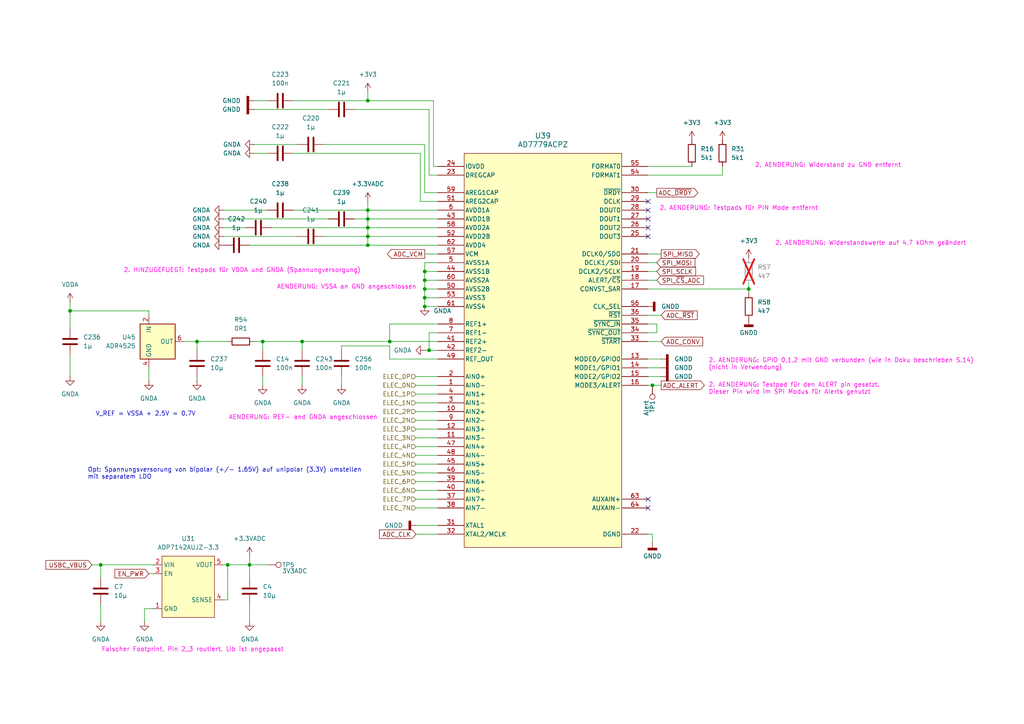
<source format=kicad_sch>
(kicad_sch (version 20250114) (generator "eeschema") (generator_version "9.0")
  (paper "A4")
  (lib_symbols
    (symbol "Connector:TestPoint" (pin_numbers (hide yes)) (pin_names (offset 0.762) (hide yes))
      (property "Reference" "TP" (at 0 6.858 0))
      (property "Value" "TestPoint" (at 0 5.08 0))
      (symbol "TestPoint_0_1"
        (circle (center 0 3.302) (radius 0.762))
      )
      (symbol "TestPoint_1_1"
        (pin passive line (at 0 0 90) (length 2.54) (name "1") (number "1"))
      )
    )
    (symbol "Reference_Voltage:ADR4525"
      (property "Reference" "U" (at 0 6.35 0))
      (property "Value" "ADR4525" (at 2.54 -6.35 0))
      (symbol "ADR4525_0_0"
        (pin no_connect line (at -5.08 0 0) (length 2.54) (hide yes) (name "NC") (number "3"))
        (pin no_connect line (at 5.08 2.54 180) (length 2.54) (hide yes) (name "NC") (number "7"))
        (pin no_connect line (at 5.08 -2.54 180) (length 2.54) (hide yes) (name "NC") (number "8"))
      )
      (symbol "ADR4525_0_1"
        (rectangle (start -5.08 5.08) (end 5.08 -5.08) (stroke (width 0.254)) (fill (type background)))
      )
      (symbol "ADR4525_1_1"
        (pin no_connect line (at -5.08 2.54 0) (length 2.54) (hide yes) (name "NC") (number "1"))
        (pin no_connect line (at -5.08 -2.54 0) (length 2.54) (hide yes) (name "NC") (number "5"))
        (pin power_in line (at -2.54 7.62 270) (length 2.54) (name "IN") (number "2"))
        (pin power_in line (at -2.54 -7.62 90) (length 2.54) (name "GND") (number "4"))
        (pin power_out line (at 7.62 0 180) (length 2.54) (name "OUT") (number "6"))
      )
    )
    (symbol "converter:AD7779ACPZ" (pin_names (offset 0.254)) (exclude_from_sim yes)
      (property "Reference" "U" (at 0 4.064 0))
      (property "Value" "AD7779ACPZ" (at -0.254 1.524 0))
      (symbol "AD7779ACPZ_1_1"
        (rectangle (start -22.86 0) (end 22.86 -114.3) (fill (type background)))
        (pin power_in line (at -30.48 -3.81 0) (length 7.62) (name "IOVDD") (number "24"))
        (pin output line (at -30.48 -6.35 0) (length 7.62) (name "DREGCAP") (number "23"))
        (pin output line (at -30.48 -11.43 0) (length 7.62) (name "AREG1CAP") (number "59"))
        (pin output line (at -30.48 -13.97 0) (length 7.62) (name "AREG2CAP") (number "51"))
        (pin power_in line (at -30.48 -16.51 0) (length 7.62) (name "AVDD1A") (number "6"))
        (pin power_in line (at -30.48 -19.05 0) (length 7.62) (name "AVDD1B") (number "43"))
        (pin power_in line (at -30.48 -21.59 0) (length 7.62) (name "AVDD2A") (number "58"))
        (pin power_in line (at -30.48 -24.13 0) (length 7.62) (name "AVDD2B") (number "52"))
        (pin power_in line (at -30.48 -26.67 0) (length 7.62) (name "AVDD4") (number "62"))
        (pin output line (at -30.48 -29.21 0) (length 7.62) (name "VCM") (number "57"))
        (pin power_in line (at -30.48 -31.75 0) (length 7.62) (name "AVSS1A") (number "5"))
        (pin passive line (at -30.48 -31.75 0) (length 7.62) (hide yes) (name "EP(GND)") (number "65"))
        (pin power_in line (at -30.48 -34.29 0) (length 7.62) (name "AVSS1B") (number "44"))
        (pin power_in line (at -30.48 -36.83 0) (length 7.62) (name "AVSS2A") (number "60"))
        (pin power_in line (at -30.48 -39.37 0) (length 7.62) (name "AVSS2B") (number "50"))
        (pin power_in line (at -30.48 -41.91 0) (length 7.62) (name "AVSS3") (number "53"))
        (pin power_in line (at -30.48 -44.45 0) (length 7.62) (name "AVSS4") (number "61"))
        (pin input line (at -30.48 -49.53 0) (length 7.62) (name "REF1+") (number "8"))
        (pin input line (at -30.48 -52.07 0) (length 7.62) (name "REF1-") (number "7"))
        (pin input line (at -30.48 -54.61 0) (length 7.62) (name "REF2+") (number "41"))
        (pin input line (at -30.48 -57.15 0) (length 7.62) (name "REF2-") (number "42"))
        (pin output line (at -30.48 -59.69 0) (length 7.62) (name "REF_OUT") (number "49"))
        (pin input line (at -30.48 -64.77 0) (length 7.62) (name "AIN0+") (number "2"))
        (pin input line (at -30.48 -67.31 0) (length 7.62) (name "AIN0-") (number "1"))
        (pin input line (at -30.48 -69.85 0) (length 7.62) (name "AIN1+") (number "4"))
        (pin input line (at -30.48 -72.39 0) (length 7.62) (name "AIN1-") (number "3"))
        (pin input line (at -30.48 -74.93 0) (length 7.62) (name "AIN2+") (number "10"))
        (pin input line (at -30.48 -77.47 0) (length 7.62) (name "AIN2-") (number "9"))
        (pin input line (at -30.48 -80.01 0) (length 7.62) (name "AIN3+") (number "12"))
        (pin input line (at -30.48 -82.55 0) (length 7.62) (name "AIN3-") (number "11"))
        (pin input line (at -30.48 -85.09 0) (length 7.62) (name "AIN4+") (number "47"))
        (pin input line (at -30.48 -87.63 0) (length 7.62) (name "AIN4-") (number "48"))
        (pin input line (at -30.48 -90.17 0) (length 7.62) (name "AIN5+") (number "45"))
        (pin input line (at -30.48 -92.71 0) (length 7.62) (name "AIN5-") (number "46"))
        (pin input line (at -30.48 -95.25 0) (length 7.62) (name "AIN6+") (number "39"))
        (pin input line (at -30.48 -97.79 0) (length 7.62) (name "AIN6-") (number "40"))
        (pin input line (at -30.48 -100.33 0) (length 7.62) (name "AIN7+") (number "37"))
        (pin input line (at -30.48 -102.87 0) (length 7.62) (name "AIN7-") (number "38"))
        (pin input line (at -30.48 -107.95 0) (length 7.62) (name "XTAL1") (number "31"))
        (pin input line (at -30.48 -110.49 0) (length 7.62) (name "XTAL2/MCLK") (number "32"))
        (pin input line (at 30.48 -3.81 180) (length 7.62) (name "FORMAT0") (number "55"))
        (pin input line (at 30.48 -6.35 180) (length 7.62) (name "FORMAT1") (number "54"))
        (pin output line (at 30.48 -11.43 180) (length 7.62) (name "~{DRDY}") (number "30"))
        (pin output line (at 30.48 -13.97 180) (length 7.62) (name "DCLK") (number "29"))
        (pin output line (at 30.48 -16.51 180) (length 7.62) (name "DOUT0") (number "28"))
        (pin output line (at 30.48 -19.05 180) (length 7.62) (name "DOUT1") (number "27"))
        (pin bidirectional line (at 30.48 -21.59 180) (length 7.62) (name "DOUT2") (number "26"))
        (pin bidirectional line (at 30.48 -24.13 180) (length 7.62) (name "DOUT3") (number "25"))
        (pin output line (at 30.48 -29.21 180) (length 7.62) (name "DCLK0/SDO") (number "21"))
        (pin input line (at 30.48 -31.75 180) (length 7.62) (name "DCLK1/SDI") (number "20"))
        (pin input line (at 30.48 -34.29 180) (length 7.62) (name "DCLK2/SCLK") (number "19"))
        (pin input line (at 30.48 -36.83 180) (length 7.62) (name "ALERT/~{CS}") (number "18"))
        (pin input line (at 30.48 -39.37 180) (length 7.62) (name "CONVST_SAR") (number "17"))
        (pin input line (at 30.48 -44.45 180) (length 7.62) (name "CLK_SEL") (number "56"))
        (pin input line (at 30.48 -46.99 180) (length 7.62) (name "~{RST}") (number "36"))
        (pin input line (at 30.48 -49.53 180) (length 7.62) (name "~{SYNC_IN}") (number "35"))
        (pin input line (at 30.48 -52.07 180) (length 7.62) (name "~{SYNC_OUT}") (number "34"))
        (pin input line (at 30.48 -54.61 180) (length 7.62) (name "~{START}") (number "33"))
        (pin bidirectional line (at 30.48 -59.69 180) (length 7.62) (name "MODE0/GPIO0") (number "13"))
        (pin bidirectional line (at 30.48 -62.23 180) (length 7.62) (name "MODE1/GPIO1") (number "14"))
        (pin bidirectional line (at 30.48 -64.77 180) (length 7.62) (name "MODE2/GPIO2") (number "15"))
        (pin bidirectional line (at 30.48 -67.31 180) (length 7.62) (name "MODE3/ALERT") (number "16"))
        (pin input line (at 30.48 -100.33 180) (length 7.62) (name "AUXAIN+") (number "63"))
        (pin input line (at 30.48 -102.87 180) (length 7.62) (name "AUXAIN-") (number "64"))
        (pin power_out line (at 30.48 -110.49 180) (length 7.62) (name "DGND") (number "22"))
      )
    )
    (symbol "passive:C0603" (pin_numbers (hide yes)) (pin_names (offset 0.254))
      (property "Reference" "C" (at 0.635 2.54 0))
      (property "Value" "C0603" (at 0.635 -2.54 0))
      (symbol "C0603_0_1"
        (polyline (pts (xy -2.032 0.762) (xy 2.032 0.762)) (stroke (width 0.508)))
        (polyline (pts (xy -2.032 -0.762) (xy 2.032 -0.762)) (stroke (width 0.508)))
      )
      (symbol "C0603_1_1"
        (pin passive line (at 0 3.81 270) (length 2.794) (name "~") (number "1"))
        (pin passive line (at 0 -3.81 90) (length 2.794) (name "~") (number "2"))
      )
    )
    (symbol "passive:R0603" (pin_numbers (hide yes)) (pin_names (offset 0))
      (property "Reference" "R" (at 2.032 0 90))
      (property "Value" "R" (at 0 0 90))
      (symbol "R0603_0_1"
        (rectangle (start -1.016 -2.54) (end 1.016 2.54) (stroke (width 0.254)))
      )
      (symbol "R0603_1_1"
        (pin passive line (at 0 3.81 270) (length 1.27) (name "~") (number "1"))
        (pin passive line (at 0 -3.81 90) (length 1.27) (name "~") (number "2"))
      )
    )
    (symbol "power:+3.3VADC" (power) (pin_numbers (hide yes)) (pin_names (offset 0) (hide yes))
      (property "Value" "+3.3VADC" (at 0 3.556 0))
      (symbol "+3.3VADC_0_0"
        (pin power_in line (at 0 0 90) (length 0) (name "~") (number "1"))
      )
      (symbol "+3.3VADC_0_1"
        (polyline (pts (xy -0.762 1.27) (xy 0 2.54)))
        (polyline (pts (xy 0 2.54) (xy 0.762 1.27)))
        (polyline (pts (xy 0 0) (xy 0 2.54)))
      )
    )
    (symbol "power:+3V3" (power) (pin_numbers (hide yes)) (pin_names (offset 0) (hide yes))
      (property "Value" "+3V3" (at 0 3.556 0))
      (symbol "+3V3_0_1"
        (polyline (pts (xy -0.762 1.27) (xy 0 2.54)))
        (polyline (pts (xy 0 2.54) (xy 0.762 1.27)))
        (polyline (pts (xy 0 0) (xy 0 2.54)))
      )
      (symbol "+3V3_1_1"
        (pin power_in line (at 0 0 90) (length 0) (name "~") (number "1"))
      )
    )
    (symbol "power:GNDA" (power) (pin_numbers (hide yes)) (pin_names (offset 0) (hide yes))
      (property "Value" "GNDA" (at 0 -3.81 0))
      (symbol "GNDA_0_1"
        (polyline (pts (xy 0 0) (xy 0 -1.27) (xy 1.27 -1.27) (xy 0 -2.54) (xy -1.27 -1.27) (xy 0 -1.27)))
      )
      (symbol "GNDA_1_1"
        (pin power_in line (at 0 0 270) (length 0) (name "~") (number "1"))
      )
    )
    (symbol "power:GNDD" (power) (pin_numbers (hide yes)) (pin_names (offset 0) (hide yes))
      (property "Value" "GNDD" (at 0 -3.175 0))
      (symbol "GNDD_0_1"
        (rectangle (start -1.27 -1.524) (end 1.27 -2.032) (stroke (width 0.254)) (fill (type outline)))
        (polyline (pts (xy 0 0) (xy 0 -1.524)))
      )
      (symbol "GNDD_1_1"
        (pin power_in line (at 0 0 270) (length 0) (name "~") (number "1"))
      )
    )
    (symbol "power:VDDA" (power) (pin_numbers (hide yes)) (pin_names (offset 0) (hide yes))
      (property "Value" "VDDA" (at 0 3.556 0))
      (symbol "VDDA_0_1"
        (polyline (pts (xy -0.762 1.27) (xy 0 2.54)))
        (polyline (pts (xy 0 2.54) (xy 0.762 1.27)))
        (polyline (pts (xy 0 0) (xy 0 2.54)))
      )
      (symbol "VDDA_1_1"
        (pin power_in line (at 0 0 90) (length 0) (name "~") (number "1"))
      )
    )
    (symbol "power_devices:ADP7142AUJZ" (exclude_from_sim yes)
      (property "Reference" "U" (at 0 3.302 0))
      (property "Value" "ADP7142AUJZ" (at 0 1.27 0))
      (symbol "ADP7142AUJZ_1_1"
        (rectangle (start -7.62 0) (end 7.62 -17.78) (fill (type background)))
        (pin power_in line (at -10.16 -2.54 0) (length 2.54) (name "VIN") (number "2"))
        (pin input line (at -10.16 -5.08 0) (length 2.54) (name "EN") (number "3"))
        (pin passive line (at -10.16 -15.24 0) (length 2.54) (name "GND") (number "1"))
        (pin power_out line (at 10.16 -2.54 180) (length 2.54) (name "VOUT") (number "5"))
        (pin input line (at 10.16 -12.7 180) (length 2.54) (name "SENSE") (number "4"))
      )
    )
  )
  (text "2. HINZUGEFUEGT: Testpads für VDDA und GNDA (Spannungversorgung)\n" (at 35.814 78.486 0) (effects (font (size 1.27 1.27)) (justify left)))
  (text "Falscher Footprint, Pin 2_3 routiert. Lib ist angepasst" (at 55.88 188.468 0) (effects (font (size 1.27 1.27))))
  (text "Opt: Spannungsversorung von bipolar (+/- 1.65V) auf unipolar (3.3V) umstellen\nmit separatem LDO" (at 25.4 135.636 0) (effects (font (size 1.27 1.27)) (justify left top)))
  (text "2. AENDERUNG: GPIO 0,1,2 mit GND verbunden (wie in Doku beschrieben S.14)\n(nicht in Verwendung)" (at 205.486 105.664 0) (effects (font (size 1.27 1.27)) (justify left)))
  (text "2. AENDERUNG: Widerstand zu GND entfernt \n" (at 218.948 48.006 0) (effects (font (size 1.27 1.27)) (justify left)))
  (text "V_REF = VSSA + 2.5V = 0.7V" (at 27.686 119.38 0) (effects (font (size 1.27 1.27)) (justify left top)))
  (text "AENDERUNG: REF- and GNDA angeschlossen\n\n" (at 66.294 122.174 0) (effects (font (size 1.27 1.27)) (justify left)))
  (text "2. AENDERUNG: Testpad für den ALERT pin gesetzt. \nDieser Pin wird im SPI Modus für Alerts genutzt" (at 205.486 112.776 0) (effects (font (size 1.27 1.27)) (justify left)))
  (text "2. AENDERUNG: Widerstandswerte auf 4,7 kOhm geändert " (at 224.79 70.612 0) (effects (font (size 1.27 1.27)) (justify left)))
  (text "AENDERUNG: VSSA an GND angeschlossen\n" (at 80.264 83.312 0) (effects (font (size 1.27 1.27)) (justify left)))
  (text "2. AENDERUNG: Testpads für PIN Mode entfernt" (at 191.262 60.452 0) (effects (font (size 1.27 1.27)) (justify left)))
  (junction (at 124.46 101.6))
  (junction (at 123.19 81.28))
  (junction (at 189.23 111.76))
  (junction (at 66.04 163.83))
  (junction (at 29.21 163.83))
  (junction (at 106.68 68.58))
  (junction (at 217.17 83.82))
  (junction (at 76.2 99.06))
  (junction (at 72.39 163.83))
  (junction (at 20.32 90.17))
  (junction (at 113.03 99.06))
  (junction (at 123.19 88.9))
  (junction (at 106.68 29.21))
  (junction (at 106.68 71.12))
  (junction (at 87.63 99.06))
  (junction (at 57.15 99.06))
  (junction (at 106.68 63.5))
  (junction (at 123.19 78.74))
  (junction (at 123.19 86.36))
  (junction (at 106.68 60.96))
  (junction (at 123.19 83.82))
  (junction (at 106.68 66.04))
  (no_connect (at 187.96 66.04))
  (no_connect (at 187.96 60.96))
  (no_connect (at 187.96 147.32))
  (no_connect (at 187.96 68.58))
  (no_connect (at 187.96 144.78))
  (no_connect (at 187.96 63.5))
  (no_connect (at 187.96 58.42))
  (wire (pts (xy 20.32 90.17) (xy 43.18 90.17)))
  (wire (pts (xy 66.04 173.99) (xy 66.04 163.83)))
  (wire (pts (xy 120.65 147.32) (xy 127 147.32)))
  (wire (pts (xy 120.65 114.3) (xy 127 114.3)))
  (wire (pts (xy 187.96 96.52) (xy 190.5 96.52)))
  (wire (pts (xy 64.77 173.99) (xy 66.04 173.99)))
  (wire (pts (xy 187.96 91.44) (xy 191.77 91.44)))
  (wire (pts (xy 72.39 175.26) (xy 72.39 180.34)))
  (wire (pts (xy 44.45 176.53) (xy 41.91 176.53)))
  (wire (pts (xy 85.09 60.96) (xy 106.68 60.96)))
  (wire (pts (xy 120.65 121.92) (xy 127 121.92)))
  (wire (pts (xy 64.77 163.83) (xy 66.04 163.83)))
  (wire (pts (xy 106.68 29.21) (xy 125.73 29.21)))
  (wire (pts (xy 123.19 101.6) (xy 124.46 101.6)))
  (wire (pts (xy 29.21 175.26) (xy 29.21 180.34)))
  (wire (pts (xy 187.96 109.22) (xy 191.77 109.22)))
  (wire (pts (xy 121.92 44.45) (xy 121.92 58.42)))
  (wire (pts (xy 120.65 139.7) (xy 127 139.7)))
  (wire (pts (xy 123.19 83.82) (xy 123.19 81.28)))
  (wire (pts (xy 189.23 111.76) (xy 191.77 111.76)))
  (wire (pts (xy 73.66 44.45) (xy 77.47 44.45)))
  (wire (pts (xy 127 83.82) (xy 123.19 83.82)))
  (wire (pts (xy 127 104.14) (xy 113.03 104.14)))
  (wire (pts (xy 106.68 58.42) (xy 106.68 60.96)))
  (wire (pts (xy 125.73 29.21) (xy 125.73 48.26)))
  (wire (pts (xy 120.65 111.76) (xy 127 111.76)))
  (wire (pts (xy 64.77 63.5) (xy 95.25 63.5)))
  (wire (pts (xy 106.68 63.5) (xy 127 63.5)))
  (wire (pts (xy 123.19 73.66) (xy 127 73.66)))
  (wire (pts (xy 29.21 163.83) (xy 44.45 163.83)))
  (wire (pts (xy 106.68 66.04) (xy 106.68 68.58)))
  (wire (pts (xy 187.96 50.8) (xy 209.55 50.8)))
  (wire (pts (xy 187.96 78.74) (xy 190.5 78.74)))
  (wire (pts (xy 120.65 152.4) (xy 127 152.4)))
  (wire (pts (xy 127 81.28) (xy 123.19 81.28)))
  (wire (pts (xy 209.55 48.26) (xy 209.55 50.8)))
  (wire (pts (xy 106.68 68.58) (xy 127 68.58)))
  (wire (pts (xy 20.32 102.87) (xy 20.32 109.22)))
  (wire (pts (xy 127 86.36) (xy 123.19 86.36)))
  (wire (pts (xy 106.68 63.5) (xy 106.68 66.04)))
  (wire (pts (xy 187.96 106.68) (xy 191.77 106.68)))
  (wire (pts (xy 120.65 119.38) (xy 127 119.38)))
  (wire (pts (xy 127 88.9) (xy 123.19 88.9)))
  (wire (pts (xy 72.39 167.64) (xy 72.39 163.83)))
  (wire (pts (xy 106.68 60.96) (xy 106.68 63.5)))
  (wire (pts (xy 72.39 163.83) (xy 77.47 163.83)))
  (wire (pts (xy 187.96 81.28) (xy 190.5 81.28)))
  (wire (pts (xy 187.96 83.82) (xy 217.17 83.82)))
  (wire (pts (xy 66.04 163.83) (xy 72.39 163.83)))
  (wire (pts (xy 102.87 31.75) (xy 124.46 31.75)))
  (wire (pts (xy 124.46 31.75) (xy 124.46 50.8)))
  (wire (pts (xy 217.17 82.55) (xy 217.17 83.82)))
  (wire (pts (xy 187.96 154.94) (xy 189.23 154.94)))
  (wire (pts (xy 120.65 132.08) (xy 127 132.08)))
  (wire (pts (xy 72.39 161.29) (xy 72.39 163.83)))
  (wire (pts (xy 64.77 68.58) (xy 86.36 68.58)))
  (wire (pts (xy 64.77 66.04) (xy 71.12 66.04)))
  (wire (pts (xy 187.96 73.66) (xy 191.77 73.66)))
  (wire (pts (xy 26.67 163.83) (xy 29.21 163.83)))
  (wire (pts (xy 87.63 99.06) (xy 113.03 99.06)))
  (wire (pts (xy 73.66 99.06) (xy 76.2 99.06)))
  (wire (pts (xy 124.46 50.8) (xy 127 50.8)))
  (wire (pts (xy 73.66 29.21) (xy 77.47 29.21)))
  (wire (pts (xy 87.63 109.22) (xy 87.63 111.76)))
  (wire (pts (xy 85.09 29.21) (xy 106.68 29.21)))
  (wire (pts (xy 57.15 99.06) (xy 66.04 99.06)))
  (wire (pts (xy 73.66 31.75) (xy 95.25 31.75)))
  (wire (pts (xy 120.65 116.84) (xy 127 116.84)))
  (wire (pts (xy 187.96 104.14) (xy 191.77 104.14)))
  (wire (pts (xy 106.68 66.04) (xy 127 66.04)))
  (wire (pts (xy 43.18 90.17) (xy 43.18 91.44)))
  (wire (pts (xy 106.68 26.67) (xy 106.68 29.21)))
  (wire (pts (xy 53.34 99.06) (xy 57.15 99.06)))
  (wire (pts (xy 113.03 99.06) (xy 113.03 93.98)))
  (wire (pts (xy 87.63 99.06) (xy 87.63 101.6)))
  (wire (pts (xy 123.19 86.36) (xy 123.19 83.82)))
  (wire (pts (xy 113.03 100.33) (xy 99.06 100.33)))
  (wire (pts (xy 76.2 99.06) (xy 76.2 101.6)))
  (wire (pts (xy 76.2 109.22) (xy 76.2 111.76)))
  (wire (pts (xy 125.73 48.26) (xy 127 48.26)))
  (wire (pts (xy 64.77 60.96) (xy 77.47 60.96)))
  (wire (pts (xy 120.65 154.94) (xy 127 154.94)))
  (wire (pts (xy 127 96.52) (xy 124.46 96.52)))
  (wire (pts (xy 217.17 83.82) (xy 217.17 85.09)))
  (wire (pts (xy 106.68 60.96) (xy 127 60.96)))
  (wire (pts (xy 190.5 93.98) (xy 190.5 96.52)))
  (wire (pts (xy 120.65 124.46) (xy 127 124.46)))
  (wire (pts (xy 124.46 96.52) (xy 124.46 101.6)))
  (wire (pts (xy 124.46 101.6) (xy 127 101.6)))
  (wire (pts (xy 43.18 166.37) (xy 44.45 166.37)))
  (wire (pts (xy 106.68 71.12) (xy 127 71.12)))
  (wire (pts (xy 187.96 111.76) (xy 189.23 111.76)))
  (wire (pts (xy 73.66 41.91) (xy 86.36 41.91)))
  (wire (pts (xy 120.65 142.24) (xy 127 142.24)))
  (wire (pts (xy 123.19 88.9) (xy 123.19 86.36)))
  (wire (pts (xy 72.39 71.12) (xy 106.68 71.12)))
  (wire (pts (xy 200.66 48.26) (xy 187.96 48.26)))
  (wire (pts (xy 99.06 109.22) (xy 99.06 111.76)))
  (wire (pts (xy 43.18 106.68) (xy 43.18 110.49)))
  (wire (pts (xy 123.19 81.28) (xy 123.19 78.74)))
  (wire (pts (xy 93.98 41.91) (xy 123.19 41.91)))
  (wire (pts (xy 76.2 99.06) (xy 87.63 99.06)))
  (wire (pts (xy 123.19 78.74) (xy 127 78.74)))
  (wire (pts (xy 120.65 109.22) (xy 127 109.22)))
  (wire (pts (xy 120.65 127) (xy 127 127)))
  (wire (pts (xy 20.32 90.17) (xy 20.32 95.25)))
  (wire (pts (xy 78.74 66.04) (xy 106.68 66.04)))
  (wire (pts (xy 189.23 154.94) (xy 189.23 157.48)))
  (wire (pts (xy 123.19 41.91) (xy 123.19 55.88)))
  (wire (pts (xy 127 76.2) (xy 123.19 76.2)))
  (wire (pts (xy 41.91 176.53) (xy 41.91 180.34)))
  (wire (pts (xy 120.65 129.54) (xy 127 129.54)))
  (wire (pts (xy 102.87 63.5) (xy 106.68 63.5)))
  (wire (pts (xy 187.96 55.88) (xy 190.5 55.88)))
  (wire (pts (xy 120.65 134.62) (xy 127 134.62)))
  (wire (pts (xy 106.68 68.58) (xy 106.68 71.12)))
  (wire (pts (xy 20.32 87.63) (xy 20.32 90.17)))
  (wire (pts (xy 187.96 93.98) (xy 190.5 93.98)))
  (wire (pts (xy 120.65 137.16) (xy 127 137.16)))
  (wire (pts (xy 187.96 99.06) (xy 191.77 99.06)))
  (wire (pts (xy 123.19 76.2) (xy 123.19 78.74)))
  (wire (pts (xy 120.65 144.78) (xy 127 144.78)))
  (wire (pts (xy 123.19 55.88) (xy 127 55.88)))
  (wire (pts (xy 187.96 76.2) (xy 190.5 76.2)))
  (wire (pts (xy 57.15 99.06) (xy 57.15 101.6)))
  (wire (pts (xy 113.03 93.98) (xy 127 93.98)))
  (wire (pts (xy 29.21 163.83) (xy 29.21 167.64)))
  (wire (pts (xy 113.03 99.06) (xy 127 99.06)))
  (wire (pts (xy 113.03 104.14) (xy 113.03 100.33)))
  (wire (pts (xy 121.92 58.42) (xy 127 58.42)))
  (wire (pts (xy 85.09 44.45) (xy 121.92 44.45)))
  (wire (pts (xy 57.15 109.22) (xy 57.15 110.49)))
  (wire (pts (xy 93.98 68.58) (xy 106.68 68.58)))
  (wire (pts (xy 99.06 100.33) (xy 99.06 101.6)))
  (global_label "EN_PWR" (shape input) (at 43.18 166.37 180) (property "Intersheetrefs" "${INTERSHEET_REFS}" (effects (hide yes))))
  (global_label "USBC_VBUS" (shape input) (at 26.67 163.83 180) (property "Intersheetrefs" "${INTERSHEET_REFS}" (effects (hide yes))))
  (global_label "ADC_~{DRDY}" (shape output) (at 190.5 55.88 0) (property "Intersheetrefs" "${INTERSHEET_REFS}" (effects (hide yes))))
  (global_label "SPI_MISO" (shape output) (at 191.77 73.66 0) (property "Intersheetrefs" "${INTERSHEET_REFS}" (effects (hide yes))))
  (global_label "ADC_VCM" (shape output) (at 123.19 73.66 180) (property "Intersheetrefs" "${INTERSHEET_REFS}" (effects (hide yes))))
  (global_label "ADC_~{RST}" (shape input) (at 191.77 91.44 0) (property "Intersheetrefs" "${INTERSHEET_REFS}" (effects (hide yes))))
  (global_label "ADC_ALERT" (shape output) (at 191.77 111.76 0) (property "Intersheetrefs" "${INTERSHEET_REFS}" (effects (hide yes))))
  (global_label "SPI_~{CS}_ADC" (shape input) (at 190.5 81.28 0) (property "Intersheetrefs" "${INTERSHEET_REFS}" (effects (hide yes))))
  (global_label "ADC_CLK" (shape input) (at 120.65 154.94 180) (property "Intersheetrefs" "${INTERSHEET_REFS}" (effects (hide yes))))
  (global_label "SPI_MOSI" (shape input) (at 190.5 76.2 0) (property "Intersheetrefs" "${INTERSHEET_REFS}" (effects (hide yes))))
  (global_label "ADC_CONV" (shape input) (at 191.77 99.06 0) (property "Intersheetrefs" "${INTERSHEET_REFS}" (effects (hide yes))))
  (global_label "SPI_SCLK" (shape input) (at 190.5 78.74 0) (property "Intersheetrefs" "${INTERSHEET_REFS}" (effects (hide yes))))
  (hierarchical_label "ELEC_2N" (shape input) (at 120.65 121.92 180))
  (hierarchical_label "ELEC_2P" (shape input) (at 120.65 119.38 180))
  (hierarchical_label "ELEC_4N" (shape input) (at 120.65 132.08 180))
  (hierarchical_label "ELEC_5N" (shape input) (at 120.65 137.16 180))
  (hierarchical_label "ELEC_6N" (shape input) (at 120.65 142.24 180))
  (hierarchical_label "ELEC_0N" (shape input) (at 120.65 111.76 180))
  (hierarchical_label "ELEC_3N" (shape input) (at 120.65 127 180))
  (hierarchical_label "ELEC_7N" (shape input) (at 120.65 147.32 180))
  (hierarchical_label "ELEC_3P" (shape input) (at 120.65 124.46 180))
  (hierarchical_label "ELEC_0P" (shape input) (at 120.65 109.22 180))
  (hierarchical_label "ELEC_6P" (shape input) (at 120.65 139.7 180))
  (hierarchical_label "ELEC_7P" (shape input) (at 120.65 144.78 180))
  (hierarchical_label "ELEC_5P" (shape input) (at 120.65 134.62 180))
  (hierarchical_label "ELEC_1P" (shape input) (at 120.65 114.3 180))
  (hierarchical_label "ELEC_4P" (shape input) (at 120.65 129.54 180))
  (hierarchical_label "ELEC_1N" (shape input) (at 120.65 116.84 180))
  (symbol (lib_id "passive:R0603") (at 200.66 44.45 0) (unit 1)
    (property "Reference" "R16" (at 203.2 43.1799 0) (effects (justify left)))
    (property "Value" "5k1" (at 203.2 45.7199 0) (effects (justify left)))
    (property "Footprint" "Resistor_SMD:R_0603_1608Metric" (effects (hide yes)))
    (property "Description" "Resistor" (effects (hide yes)))
  )
  (symbol (lib_id "power:+3V3") (at 200.66 40.64 0) (unit 1)
    (property "Reference" "#PWR0229" (effects (hide yes)))
    (property "Value" "+3V3" (at 200.66 35.56 0))
    (property "Description" "Power symbol creates a global label with name \"+3V3\"" (effects (hide yes)))
  )
  (symbol (lib_id "converter:AD7779ACPZ") (at 157.48 44.45 0) (unit 1) (exclude_from_sim yes)
    (property "Reference" "U39" (at 157.48 39.37 0) (effects (font (size 1.524 1.524))))
    (property "Value" "AD7779ACPZ" (at 157.48 41.91 0) (effects (font (size 1.524 1.524))))
    (property "Footprint" "custom_library:LFCSP-64-1EP_9x9mm_P0.5mm_EP5.21x5.21mm_ThermalVias" (effects (hide yes)))
    (property "Datasheet" "https://www.analog.com/media/en/technical-documentation/data-sheets/AD7779.pdf" (effects (hide yes)))
    (property "Description" "8-Channel, 24-Bit, Simultaneous Sampling ADC" (effects (hide yes)))
  )
  (symbol (lib_id "power:GNDD") (at 217.17 92.71 0) (unit 1)
    (property "Reference" "#PWR067" (effects (hide yes)))
    (property "Value" "GNDD" (at 217.17 96.52 0))
    (property "Description" "Power symbol creates a global label with name \"GNDD\" , digital ground" (effects (hide yes)))
  )
  (symbol (lib_id "power:GNDD") (at 73.66 31.75 270) (unit 1)
    (property "Reference" "#PWR0223" (effects (hide yes)))
    (property "Value" "GNDD" (at 69.85 31.7499 90) (effects (justify right)))
    (property "Description" "Power symbol creates a global label with name \"GNDD\" , digital ground" (effects (hide yes)))
  )
  (symbol (lib_id "power:GNDA") (at 64.77 66.04 270) (unit 1)
    (property "Reference" "#PWR0279" (effects (hide yes)))
    (property "Value" "GNDA" (at 60.96 66.0399 90) (effects (justify right)))
    (property "Description" "Power symbol creates a global label with name \"GNDA\" , analog ground" (effects (hide yes)))
  )
  (symbol (lib_id "passive:C0603") (at 20.32 99.06 0) (unit 1)
    (property "Reference" "C236" (at 24.13 97.7899 0) (effects (justify left)))
    (property "Value" "1µ" (at 24.13 100.3299 0) (effects (justify left)))
    (property "Footprint" "Capacitor_SMD:C_0603_1608Metric" (effects (hide yes)))
    (property "Description" "Unpolarized capacitor" (effects (hide yes)))
  )
  (symbol (lib_id "power:GNDA") (at 99.06 111.76 0) (unit 1)
    (property "Reference" "#PWR0278" (effects (hide yes)))
    (property "Value" "GNDA" (at 99.06 116.84 0))
    (property "Description" "Power symbol creates a global label with name \"GNDA\" , analog ground" (effects (hide yes)))
  )
  (symbol (lib_id "passive:C0603") (at 81.28 29.21 90) (unit 1)
    (property "Reference" "C223" (at 81.28 21.59 90))
    (property "Value" "100n" (at 81.28 24.13 90))
    (property "Footprint" "Capacitor_SMD:C_0603_1608Metric" (effects (hide yes)))
    (property "Description" "Unpolarized capacitor" (effects (hide yes)))
  )
  (symbol (lib_id "power:GNDA") (at 64.77 71.12 270) (unit 1)
    (property "Reference" "#PWR0282" (effects (hide yes)))
    (property "Value" "GNDA" (at 60.96 71.1199 90) (effects (justify right)))
    (property "Description" "Power symbol creates a global label with name \"GNDA\" , analog ground" (effects (hide yes)))
  )
  (symbol (lib_id "passive:C0603") (at 81.28 44.45 270) (unit 1)
    (property "Reference" "C222" (at 81.28 36.83 90))
    (property "Value" "1µ" (at 81.28 39.37 90))
    (property "Footprint" "Capacitor_SMD:C_0603_1608Metric" (effects (hide yes)))
    (property "Description" "Unpolarized capacitor" (effects (hide yes)))
  )
  (symbol (lib_id "power:GNDA") (at 29.21 180.34 0) (unit 1)
    (property "Reference" "#PWR0269" (effects (hide yes)))
    (property "Value" "GNDA" (at 29.21 185.42 0))
    (property "Description" "Power symbol creates a global label with name \"GNDA\" , analog ground" (effects (hide yes)))
  )
  (symbol (lib_id "Reference_Voltage:ADR4525") (at 45.72 99.06 0) (unit 1)
    (property "Reference" "U45" (at 39.37 97.7899 0) (effects (justify right)))
    (property "Value" "ADR4525" (at 39.37 100.3299 0) (effects (justify right)))
    (property "Footprint" "Package_SO:SOIC-8_3.9x4.9mm_P1.27mm" (effects (hide yes)))
    (property "Datasheet" "https://www.analog.com/media/en/technical-documentation/data-sheets/ADR4520_4525_4530_4533_4540_4550.pdf" (effects (hide yes)))
    (property "Description" "2.5V, Ultralow Noise, High Accuracy Voltage Reference, SOIC-8" (effects (hide yes)))
  )
  (symbol (lib_id "power:GNDA") (at 64.77 63.5 270) (unit 1)
    (property "Reference" "#PWR0233" (effects (hide yes)))
    (property "Value" "GNDA" (at 60.96 63.4999 90) (effects (justify right)))
    (property "Description" "Power symbol creates a global label with name \"GNDA\" , analog ground" (effects (hide yes)))
  )
  (symbol (lib_id "power:GNDA") (at 43.18 110.49 0) (unit 1)
    (property "Reference" "#PWR061" (effects (hide yes)))
    (property "Value" "GNDA" (at 43.18 115.57 0))
    (property "Description" "Power symbol creates a global label with name \"GNDA\" , analog ground" (effects (hide yes)))
  )
  (symbol (lib_id "power:GNDA") (at 87.63 111.76 0) (unit 1)
    (property "Reference" "#PWR0235" (effects (hide yes)))
    (property "Value" "GNDA" (at 87.63 116.84 0))
    (property "Description" "Power symbol creates a global label with name \"GNDA\" , analog ground" (effects (hide yes)))
  )
  (symbol (lib_id "power:+3.3VADC") (at 106.68 58.42 0) (unit 1)
    (property "Reference" "#PWR0194" (effects (hide yes)))
    (property "Value" "+3.3VADC" (at 106.68 53.34 0))
    (property "Description" "Power symbol creates a global label with name \"+3.3VADC\"" (effects (hide yes)))
  )
  (symbol (lib_id "passive:C0603") (at 99.06 63.5 270) (unit 1)
    (property "Reference" "C239" (at 99.06 55.88 90))
    (property "Value" "1µ" (at 99.06 58.42 90))
    (property "Footprint" "Capacitor_SMD:C_0603_1608Metric" (effects (hide yes)))
    (property "Description" "Unpolarized capacitor" (effects (hide yes)))
  )
  (symbol (lib_id "passive:C0603") (at 74.93 66.04 90) (unit 1)
    (property "Reference" "C240" (at 74.93 58.42 90))
    (property "Value" "1µ" (at 74.93 60.96 90))
    (property "Footprint" "Capacitor_SMD:C_0603_1608Metric" (effects (hide yes)))
    (property "Description" "Unpolarized capacitor" (effects (hide yes)))
  )
  (symbol (lib_id "power:GNDA") (at 72.39 180.34 0) (unit 1)
    (property "Reference" "#PWR0270" (effects (hide yes)))
    (property "Value" "GNDA" (at 72.39 185.42 0))
    (property "Description" "Power symbol creates a global label with name \"GNDA\" , analog ground" (effects (hide yes)))
  )
  (symbol (lib_id "Connector:TestPoint") (at 77.47 163.83 270) (unit 1) (in_bom no)
    (property "Reference" "TP5" (at 81.788 163.83 90) (effects (justify left)))
    (property "Value" "3V3ADC" (at 81.788 165.608 90) (effects (justify left)))
    (property "Footprint" "TestPoint:TestPoint_Pad_1.0x1.0mm" (effects (hide yes)))
    (property "Description" "test point" (effects (hide yes)))
  )
  (symbol (lib_id "passive:C0603") (at 72.39 171.45 0) (unit 1)
    (property "Reference" "C4" (at 76.2 170.1799 0) (effects (justify left)))
    (property "Value" "10µ" (at 76.2 172.7199 0) (effects (justify left)))
    (property "Footprint" "Capacitor_SMD:C_0603_1608Metric" (effects (hide yes)))
    (property "Description" "Unpolarized capacitor" (effects (hide yes)))
  )
  (symbol (lib_id "power:GNDD") (at 189.23 157.48 0) (unit 1)
    (property "Reference" "#PWR0222" (effects (hide yes)))
    (property "Value" "GNDD" (at 189.23 161.29 0))
    (property "Description" "Power symbol creates a global label with name \"GNDD\" , digital ground" (effects (hide yes)))
  )
  (symbol (lib_id "power:GNDD") (at 187.96 88.9 90) (unit 1)
    (property "Reference" "#PWR0231" (effects (hide yes)))
    (property "Value" "GNDD" (at 191.77 88.8999 90) (effects (justify right)))
    (property "Description" "Power symbol creates a global label with name \"GNDD\" , digital ground" (effects (hide yes)))
  )
  (symbol (lib_id "power:+3V3") (at 209.55 40.64 0) (unit 1)
    (property "Reference" "#PWR0230" (effects (hide yes)))
    (property "Value" "+3V3" (at 209.55 35.56 0))
    (property "Description" "Power symbol creates a global label with name \"+3V3\"" (effects (hide yes)))
  )
  (symbol (lib_id "power:GNDD") (at 191.77 109.22 90) (unit 1)
    (property "Reference" "#PWR091" (effects (hide yes)))
    (property "Value" "GNDD" (at 195.58 109.2199 90) (effects (justify right)))
    (property "Description" "Power symbol creates a global label with name \"GNDD\" , digital ground" (effects (hide yes)))
  )
  (symbol (lib_id "power:+3V3") (at 106.68 26.67 0) (unit 1)
    (property "Reference" "#PWR0221" (effects (hide yes)))
    (property "Value" "+3V3" (at 106.68 21.59 0))
    (property "Description" "Power symbol creates a global label with name \"+3V3\"" (effects (hide yes)))
  )
  (symbol (lib_id "power:+3.3VADC") (at 72.39 161.29 0) (unit 1)
    (property "Reference" "#PWR0271" (effects (hide yes)))
    (property "Value" "+3.3VADC" (at 72.39 156.21 0))
    (property "Description" "Power symbol creates a global label with name \"+3.3VADC\"" (effects (hide yes)))
  )
  (symbol (lib_id "power:GNDA") (at 64.77 60.96 270) (unit 1)
    (property "Reference" "#PWR0232" (effects (hide yes)))
    (property "Value" "GNDA" (at 60.96 60.9599 90) (effects (justify right)))
    (property "Description" "Power symbol creates a global label with name \"GNDA\" , analog ground" (effects (hide yes)))
  )
  (symbol (lib_id "passive:C0603") (at 76.2 105.41 180) (unit 1)
    (property "Reference" "C14" (at 80.01 104.1399 0) (effects (justify right)))
    (property "Value" "100n" (at 80.01 106.6799 0) (effects (justify right)))
    (property "Footprint" "Capacitor_SMD:C_0603_1608Metric" (effects (hide yes)))
    (property "Description" "Unpolarized capacitor" (effects (hide yes)))
  )
  (symbol (lib_id "passive:C0603") (at 99.06 31.75 270) (unit 1)
    (property "Reference" "C221" (at 99.06 24.13 90))
    (property "Value" "1µ" (at 99.06 26.67 90))
    (property "Footprint" "Capacitor_SMD:C_0603_1608Metric" (effects (hide yes)))
    (property "Description" "Unpolarized capacitor" (effects (hide yes)))
  )
  (symbol (lib_id "power:GNDA") (at 123.19 88.9 0) (unit 1)
    (property "Reference" "#PWR0195" (effects (hide yes)))
    (property "Value" "GNDA" (at 125.73 90.1699 0) (effects (justify left)))
    (property "Description" "Power symbol creates a global label with name \"GNDA\" , analog ground" (effects (hide yes)))
  )
  (symbol (lib_id "power:GNDD") (at 191.77 104.14 90) (unit 1)
    (property "Reference" "#PWR0139" (effects (hide yes)))
    (property "Value" "GNDD" (at 195.58 104.1399 90) (effects (justify right)))
    (property "Description" "Power symbol creates a global label with name \"GNDD\" , digital ground" (effects (hide yes)))
  )
  (symbol (lib_id "passive:C0603") (at 87.63 105.41 180) (unit 1)
    (property "Reference" "C243" (at 91.44 104.1399 0) (effects (justify right)))
    (property "Value" "100n" (at 91.44 106.6799 0) (effects (justify right)))
    (property "Footprint" "Capacitor_SMD:C_0603_1608Metric" (effects (hide yes)))
    (property "Description" "Unpolarized capacitor" (effects (hide yes)))
  )
  (symbol (lib_id "passive:C0603") (at 99.06 105.41 180) (unit 1)
    (property "Reference" "C256" (at 102.87 104.1399 0) (effects (justify right)))
    (property "Value" "100n" (at 102.87 106.6799 0) (effects (justify right)))
    (property "Footprint" "Capacitor_SMD:C_0603_1608Metric" (effects (hide yes)))
    (property "Description" "Unpolarized capacitor" (effects (hide yes)))
  )
  (symbol (lib_id "power:GNDA") (at 123.19 101.6 270) (unit 1)
    (property "Reference" "#PWR033" (effects (hide yes)))
    (property "Value" "GNDA" (at 119.38 101.5999 90) (effects (justify right)))
    (property "Description" "Power symbol creates a global label with name \"GNDA\" , analog ground" (effects (hide yes)))
  )
  (symbol (lib_id "power_devices:ADP7142AUJZ") (at 54.61 161.29 0) (unit 1) (exclude_from_sim yes)
    (property "Reference" "U31" (at 54.61 156.21 0))
    (property "Value" "ADP7142AUJZ-3.3" (at 54.61 158.75 0))
    (property "Footprint" "Package_TO_SOT_SMD:TSOT-23-5" (effects (hide yes)))
    (property "Datasheet" "https://www.analog.com/media/en/technical-documentation/data-sheets/adp7142.pdf" (effects (hide yes)))
    (property "Description" "40 V, 200 mA, Low Noise, CMOS LDO Linear Regulator" (effects (hide yes)))
  )
  (symbol (lib_id "passive:C0603") (at 90.17 68.58 270) (unit 1)
    (property "Reference" "C241" (at 90.17 60.96 90))
    (property "Value" "1µ" (at 90.17 63.5 90))
    (property "Footprint" "Capacitor_SMD:C_0603_1608Metric" (effects (hide yes)))
    (property "Description" "Unpolarized capacitor" (effects (hide yes)))
  )
  (symbol (lib_id "passive:R0603") (at 209.55 44.45 0) (unit 1)
    (property "Reference" "R31" (at 212.09 43.1799 0) (effects (justify left)))
    (property "Value" "5k1" (at 212.09 45.7199 0) (effects (justify left)))
    (property "Footprint" "Resistor_SMD:R_0603_1608Metric" (effects (hide yes)))
    (property "Description" "Resistor" (effects (hide yes)))
  )
  (symbol (lib_id "power:GNDD") (at 191.77 106.68 90) (unit 1)
    (property "Reference" "#PWR0115" (effects (hide yes)))
    (property "Value" "GNDD" (at 195.58 106.6799 90) (effects (justify right)))
    (property "Description" "Power symbol creates a global label with name \"GNDD\" , digital ground" (effects (hide yes)))
  )
  (symbol (lib_id "passive:R0603") (at 69.85 99.06 90) (unit 1)
    (property "Reference" "R54" (at 69.85 92.71 90))
    (property "Value" "0R1" (at 69.85 95.25 90))
    (property "Footprint" "Resistor_SMD:R_0603_1608Metric" (effects (hide yes)))
    (property "Description" "Resistor" (effects (hide yes)))
  )
  (symbol (lib_id "power:GNDA") (at 73.66 41.91 270) (unit 1)
    (property "Reference" "#PWR0224" (effects (hide yes)))
    (property "Value" "GNDA" (at 69.85 41.9099 90) (effects (justify right)))
    (property "Description" "Power symbol creates a global label with name \"GNDA\" , analog ground" (effects (hide yes)))
  )
  (symbol (lib_id "passive:C0603") (at 68.58 71.12 90) (unit 1)
    (property "Reference" "C242" (at 68.58 63.5 90))
    (property "Value" "1µ" (at 68.58 66.04 90))
    (property "Footprint" "Capacitor_SMD:C_0603_1608Metric" (effects (hide yes)))
    (property "Description" "Unpolarized capacitor" (effects (hide yes)))
  )
  (symbol (lib_id "passive:R0603") (at 217.17 78.74 0) (unit 1) (in_bom no) (dnp yes)
    (property "Reference" "R57" (at 219.71 77.4699 0) (effects (justify left)))
    (property "Value" "4k7" (at 219.71 80.0099 0) (effects (justify left)))
    (property "Footprint" "Resistor_SMD:R_0603_1608Metric" (effects (hide yes)))
    (property "Description" "Resistor" (effects (hide yes)))
  )
  (symbol (lib_id "power:GNDD") (at 73.66 29.21 270) (unit 1)
    (property "Reference" "#PWR0226" (effects (hide yes)))
    (property "Value" "GNDD" (at 69.85 29.2099 90) (effects (justify right)))
    (property "Description" "Power symbol creates a global label with name \"GNDD\" , digital ground" (effects (hide yes)))
  )
  (symbol (lib_id "passive:R0603") (at 217.17 88.9 0) (unit 1) (in_bom no)
    (property "Reference" "R58" (at 219.71 87.6299 0) (effects (justify left)))
    (property "Value" "4k7" (at 219.71 90.1699 0) (effects (justify left)))
    (property "Footprint" "Resistor_SMD:R_0603_1608Metric" (effects (hide yes)))
    (property "Description" "Resistor" (effects (hide yes)))
  )
  (symbol (lib_id "passive:C0603") (at 29.21 171.45 0) (unit 1)
    (property "Reference" "C7" (at 33.02 170.1799 0) (effects (justify left)))
    (property "Value" "10µ" (at 33.02 172.7199 0) (effects (justify left)))
    (property "Footprint" "Capacitor_SMD:C_0603_1608Metric" (effects (hide yes)))
    (property "Description" "Unpolarized capacitor" (effects (hide yes)))
  )
  (symbol (lib_id "passive:C0603") (at 81.28 60.96 90) (unit 1)
    (property "Reference" "C238" (at 81.28 53.34 90))
    (property "Value" "1µ" (at 81.28 55.88 90))
    (property "Footprint" "Capacitor_SMD:C_0603_1608Metric" (effects (hide yes)))
    (property "Description" "Unpolarized capacitor" (effects (hide yes)))
  )
  (symbol (lib_id "power:+3V3") (at 217.17 74.93 0) (unit 1)
    (property "Reference" "#PWR0301" (effects (hide yes)))
    (property "Value" "+3V3" (at 217.17 69.85 0))
    (property "Description" "Power symbol creates a global label with name \"+3V3\"" (effects (hide yes)))
  )
  (symbol (lib_id "power:GNDA") (at 64.77 68.58 270) (unit 1)
    (property "Reference" "#PWR0280" (effects (hide yes)))
    (property "Value" "GNDA" (at 60.96 68.5799 90) (effects (justify right)))
    (property "Description" "Power symbol creates a global label with name \"GNDA\" , analog ground" (effects (hide yes)))
  )
  (symbol (lib_id "power:GNDD") (at 120.65 152.4 270) (unit 1)
    (property "Reference" "#PWR017" (effects (hide yes)))
    (property "Value" "GNDD" (at 116.84 152.3999 90) (effects (justify right)))
    (property "Description" "Power symbol creates a global label with name \"GNDD\" , digital ground" (effects (hide yes)))
  )
  (symbol (lib_id "passive:C0603") (at 57.15 105.41 0) (unit 1)
    (property "Reference" "C237" (at 60.96 104.1399 0) (effects (justify left)))
    (property "Value" "10µ" (at 60.96 106.6799 0) (effects (justify left)))
    (property "Footprint" "Capacitor_SMD:C_0603_1608Metric" (effects (hide yes)))
    (property "Description" "Unpolarized capacitor" (effects (hide yes)))
  )
  (symbol (lib_id "power:GNDA") (at 41.91 180.34 0) (unit 1)
    (property "Reference" "#PWR0228" (effects (hide yes)))
    (property "Value" "GNDA" (at 41.91 185.42 0))
    (property "Description" "Power symbol creates a global label with name \"GNDA\" , analog ground" (effects (hide yes)))
  )
  (symbol (lib_id "passive:C0603") (at 90.17 41.91 270) (unit 1)
    (property "Reference" "C220" (at 90.17 34.29 90))
    (property "Value" "1µ" (at 90.17 36.83 90))
    (property "Footprint" "Capacitor_SMD:C_0603_1608Metric" (effects (hide yes)))
    (property "Description" "Unpolarized capacitor" (effects (hide yes)))
  )
  (symbol (lib_id "power:GNDA") (at 57.15 110.49 0) (unit 1)
    (property "Reference" "#PWR0276" (effects (hide yes)))
    (property "Value" "GNDA" (at 57.15 115.57 0))
    (property "Description" "Power symbol creates a global label with name \"GNDA\" , analog ground" (effects (hide yes)))
  )
  (symbol (lib_id "power:GNDA") (at 73.66 44.45 270) (unit 1)
    (property "Reference" "#PWR0225" (effects (hide yes)))
    (property "Value" "GNDA" (at 69.85 44.4499 90) (effects (justify right)))
    (property "Description" "Power symbol creates a global label with name \"GNDA\" , analog ground" (effects (hide yes)))
  )
  (symbol (lib_id "power:VDDA") (at 20.32 87.63 0) (unit 1)
    (property "Reference" "#PWR0272" (effects (hide yes)))
    (property "Value" "VDDA" (at 20.32 82.55 0))
    (property "Description" "Power symbol creates a global label with name \"VDDA\"" (effects (hide yes)))
  )
  (symbol (lib_id "power:GNDA") (at 20.32 109.22 0) (unit 1)
    (property "Reference" "#PWR0274" (effects (hide yes)))
    (property "Value" "GNDA" (at 20.32 114.3 0))
    (property "Description" "Power symbol creates a global label with name \"GNDA\" , analog ground" (effects (hide yes)))
  )
  (symbol (lib_id "power:GNDA") (at 76.2 111.76 0) (unit 1)
    (property "Reference" "#PWR0234" (effects (hide yes)))
    (property "Value" "GNDA" (at 76.2 116.84 0))
    (property "Description" "Power symbol creates a global label with name \"GNDA\" , analog ground" (effects (hide yes)))
  )
  (symbol (lib_id "Connector:TestPoint") (at 189.23 111.76 180) (unit 1) (in_bom no)
    (property "Reference" "TP1" (at 189.23 116.078 90) (effects (justify left)))
    (property "Value" "Alert" (at 187.452 116.078 90) (effects (justify left)))
    (property "Footprint" "TestPoint:TestPoint_Pad_1.0x1.0mm" (effects (hide yes)))
    (property "Description" "test point" (effects (hide yes)))
  )
)
</source>
